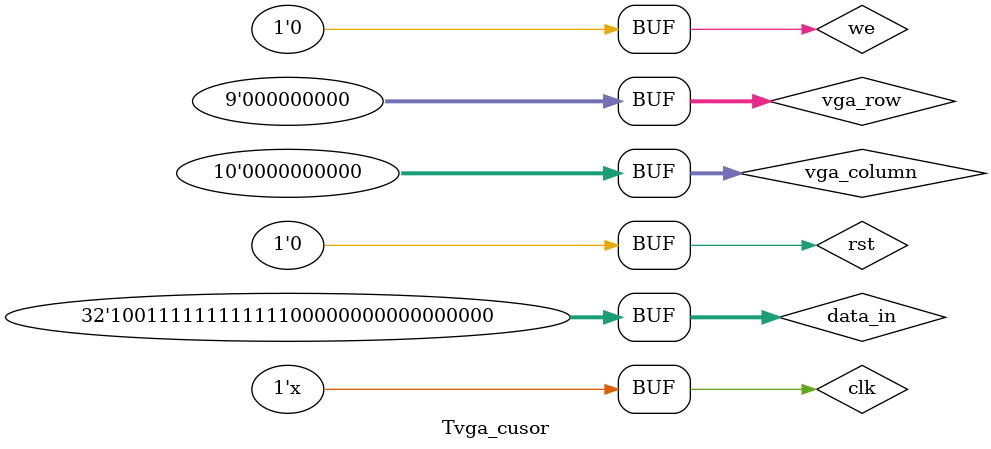
<source format=v>
`timescale 1ns / 1ps


module Tvga_cusor;

	// Inputs
	reg clk;
	reg rst;
	reg we;
	reg [31:0] data_in;
	reg [9:0] vga_column;
	reg [8:0] vga_row;

	// Outputs
	wire [31:0] status;
	wire [11:0] color_out;

	// Instantiate the Unit Under Test (UUT)
	vga_cursor uut (
		.clk(clk), 
		.rst(rst), 
		.we(we), 
		.data_in(data_in), 
		.status(status), 
		.vga_column(vga_column), 
		.vga_row(vga_row), 
		.color_out(color_out)
	);

	initial begin
		// Initialize Inputs
		clk = 1;
		rst = 1;
		we = 0;
		data_in = 0;
		vga_column = 0;
		vga_row = 0;

		// Wait 100 ns for global reset to finish
		#20
		rst = 0;
		#100;
		data_in = 32'b10011111111111100000000000000000;
		we = 1;
		#10
		we = 0;
      #10
		vga_column = 7;
		vga_row = 0;
		#10
		vga_column = 6;
		vga_row = 0;
		#10
		vga_column = 7;
		vga_row = 7;
		#10
		vga_column = 0;
		vga_row = 0;
		// Add stimulus here

	end
	always @* 
		#5
		clk <= ~clk;
      
endmodule


</source>
